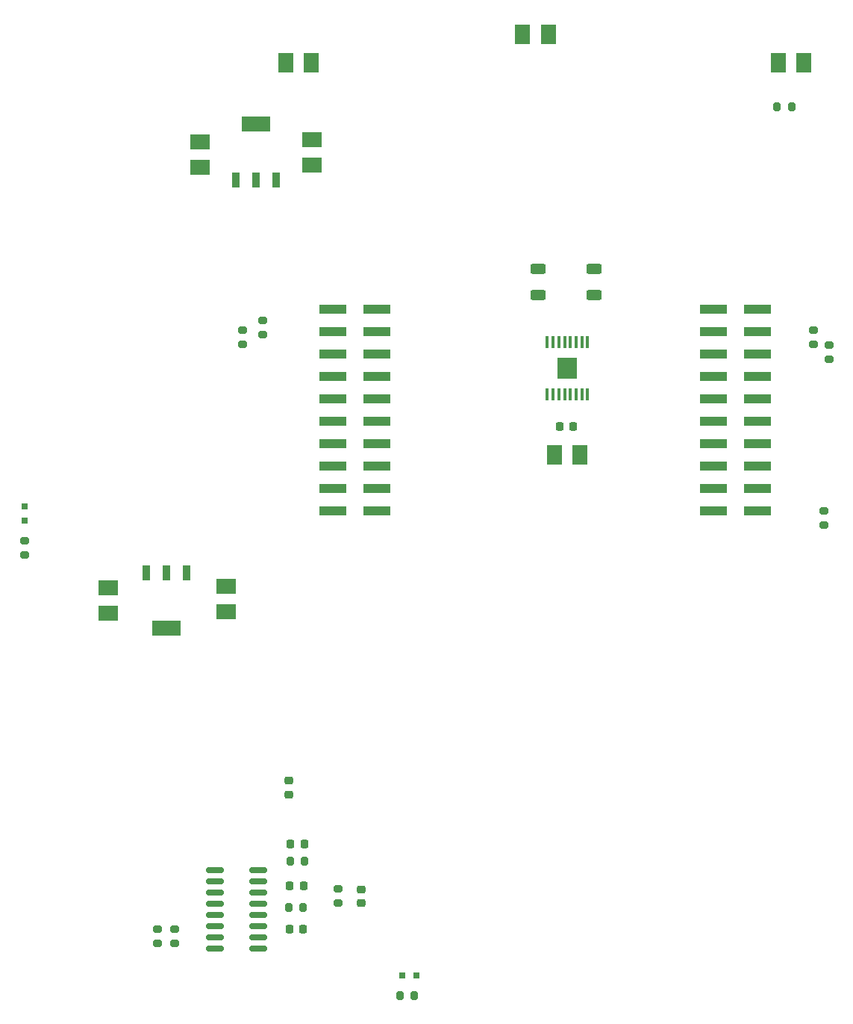
<source format=gtp>
G04 #@! TF.GenerationSoftware,KiCad,Pcbnew,8.0.7*
G04 #@! TF.CreationDate,2025-11-10T23:17:30-05:00*
G04 #@! TF.ProjectId,MotorBoardv3_2,4d6f746f-7242-46f6-9172-6476335f322e,V2.0.2b*
G04 #@! TF.SameCoordinates,Original*
G04 #@! TF.FileFunction,Paste,Top*
G04 #@! TF.FilePolarity,Positive*
%FSLAX46Y46*%
G04 Gerber Fmt 4.6, Leading zero omitted, Abs format (unit mm)*
G04 Created by KiCad (PCBNEW 8.0.7) date 2025-11-10 23:17:30*
%MOMM*%
%LPD*%
G01*
G04 APERTURE LIST*
G04 Aperture macros list*
%AMRoundRect*
0 Rectangle with rounded corners*
0 $1 Rounding radius*
0 $2 $3 $4 $5 $6 $7 $8 $9 X,Y pos of 4 corners*
0 Add a 4 corners polygon primitive as box body*
4,1,4,$2,$3,$4,$5,$6,$7,$8,$9,$2,$3,0*
0 Add four circle primitives for the rounded corners*
1,1,$1+$1,$2,$3*
1,1,$1+$1,$4,$5*
1,1,$1+$1,$6,$7*
1,1,$1+$1,$8,$9*
0 Add four rect primitives between the rounded corners*
20,1,$1+$1,$2,$3,$4,$5,0*
20,1,$1+$1,$4,$5,$6,$7,0*
20,1,$1+$1,$6,$7,$8,$9,0*
20,1,$1+$1,$8,$9,$2,$3,0*%
G04 Aperture macros list end*
%ADD10R,0.800000X0.800000*%
%ADD11RoundRect,0.200000X-0.200000X-0.275000X0.200000X-0.275000X0.200000X0.275000X-0.200000X0.275000X0*%
%ADD12RoundRect,0.225000X-0.225000X-0.250000X0.225000X-0.250000X0.225000X0.250000X-0.225000X0.250000X0*%
%ADD13RoundRect,0.200000X0.200000X0.275000X-0.200000X0.275000X-0.200000X-0.275000X0.200000X-0.275000X0*%
%ADD14RoundRect,0.200000X0.275000X-0.200000X0.275000X0.200000X-0.275000X0.200000X-0.275000X-0.200000X0*%
%ADD15R,2.300000X1.800000*%
%ADD16RoundRect,0.225000X-0.250000X0.225000X-0.250000X-0.225000X0.250000X-0.225000X0.250000X0.225000X0*%
%ADD17RoundRect,0.225000X0.225000X0.250000X-0.225000X0.250000X-0.225000X-0.250000X0.225000X-0.250000X0*%
%ADD18R,1.800000X2.300000*%
%ADD19RoundRect,0.200000X-0.275000X0.200000X-0.275000X-0.200000X0.275000X-0.200000X0.275000X0.200000X0*%
%ADD20R,3.150000X1.000000*%
%ADD21R,0.450000X1.475000*%
%ADD22R,2.310000X2.460000*%
%ADD23RoundRect,0.150000X-0.825000X-0.150000X0.825000X-0.150000X0.825000X0.150000X-0.825000X0.150000X0*%
%ADD24RoundRect,0.250000X0.625000X-0.312500X0.625000X0.312500X-0.625000X0.312500X-0.625000X-0.312500X0*%
%ADD25R,0.950000X1.750000*%
%ADD26R,3.200000X1.750000*%
G04 APERTURE END LIST*
D10*
X50165000Y-120142000D03*
X50165000Y-121792000D03*
D11*
X80315000Y-160360000D03*
X81965000Y-160360000D03*
D12*
X80230000Y-168090000D03*
X81780000Y-168090000D03*
D13*
X137212000Y-74830000D03*
X135562000Y-74830000D03*
D14*
X67210000Y-169685000D03*
X67210000Y-168035000D03*
D15*
X73025000Y-129180000D03*
X73025000Y-132080000D03*
D16*
X88334500Y-163570000D03*
X88334500Y-165120000D03*
D17*
X81905000Y-158440000D03*
X80355000Y-158440000D03*
D18*
X135710000Y-69850000D03*
X138610000Y-69850000D03*
X79830000Y-69850000D03*
X82730000Y-69850000D03*
D19*
X139700000Y-100140000D03*
X139700000Y-101790000D03*
D12*
X80265000Y-163120000D03*
X81815000Y-163120000D03*
D15*
X70104000Y-81714000D03*
X70104000Y-78814000D03*
D12*
X110845000Y-111125000D03*
X112395000Y-111125000D03*
D20*
X90170000Y-120650000D03*
X85120000Y-120650000D03*
X90170000Y-118110000D03*
X85120000Y-118110000D03*
X90170000Y-115570000D03*
X85120000Y-115570000D03*
X90170000Y-113030000D03*
X85120000Y-113030000D03*
X90170000Y-110490000D03*
X85120000Y-110490000D03*
X90170000Y-107950000D03*
X85120000Y-107950000D03*
X90170000Y-105410000D03*
X85120000Y-105410000D03*
X90170000Y-102870000D03*
X85120000Y-102870000D03*
X90170000Y-100330000D03*
X85120000Y-100330000D03*
X90170000Y-97790000D03*
X85120000Y-97790000D03*
D21*
X114035000Y-101557000D03*
X113385000Y-101557000D03*
X112735000Y-101557000D03*
X112085000Y-101557000D03*
X111435000Y-101557000D03*
X110785000Y-101557000D03*
X110135000Y-101557000D03*
X109485000Y-101557000D03*
X109485000Y-107433000D03*
X110135000Y-107433000D03*
X110785000Y-107433000D03*
X111435000Y-107433000D03*
X112085000Y-107433000D03*
X112735000Y-107433000D03*
X113385000Y-107433000D03*
X114035000Y-107433000D03*
D22*
X111760000Y-104495000D03*
D15*
X59690000Y-129360000D03*
X59690000Y-132260000D03*
D19*
X77227000Y-99035000D03*
X77227000Y-100685000D03*
D23*
X71735000Y-161415000D03*
X71735000Y-162685000D03*
X71735000Y-163955000D03*
X71735000Y-165225000D03*
X71735000Y-166495000D03*
X71735000Y-167765000D03*
X71735000Y-169035000D03*
X71735000Y-170305000D03*
X76685000Y-170305000D03*
X76685000Y-169035000D03*
X76685000Y-167765000D03*
X76685000Y-166495000D03*
X76685000Y-165225000D03*
X76685000Y-163955000D03*
X76685000Y-162685000D03*
X76685000Y-161415000D03*
D20*
X133350000Y-120650000D03*
X128300000Y-120650000D03*
X133350000Y-118110000D03*
X128300000Y-118110000D03*
X133350000Y-115570000D03*
X128300000Y-115570000D03*
X133350000Y-113030000D03*
X128300000Y-113030000D03*
X133350000Y-110490000D03*
X128300000Y-110490000D03*
X133350000Y-107950000D03*
X128300000Y-107950000D03*
X133350000Y-105410000D03*
X128300000Y-105410000D03*
X133350000Y-102870000D03*
X128300000Y-102870000D03*
X133350000Y-100330000D03*
X128300000Y-100330000D03*
X133350000Y-97790000D03*
X128300000Y-97790000D03*
D11*
X80110000Y-165650000D03*
X81760000Y-165650000D03*
D10*
X94662000Y-173294000D03*
X93012000Y-173294000D03*
D19*
X50165000Y-124016000D03*
X50165000Y-125666000D03*
D18*
X110310000Y-114300000D03*
X113210000Y-114300000D03*
D19*
X141427000Y-101835000D03*
X141427000Y-103485000D03*
D16*
X80190000Y-151245000D03*
X80190000Y-152795000D03*
D14*
X140843000Y-122300000D03*
X140843000Y-120650000D03*
D19*
X85749500Y-163460000D03*
X85749500Y-165110000D03*
D24*
X114808000Y-96143000D03*
X114808000Y-93218000D03*
D25*
X74140000Y-83135000D03*
X76440000Y-83135000D03*
X78740000Y-83135000D03*
D26*
X76440000Y-76835000D03*
D19*
X74930000Y-100140000D03*
X74930000Y-101790000D03*
D24*
X108458000Y-96143000D03*
X108458000Y-93218000D03*
D18*
X106680000Y-66675000D03*
X109580000Y-66675000D03*
D15*
X82804000Y-81460000D03*
X82804000Y-78560000D03*
D19*
X65210000Y-168035000D03*
X65210000Y-169685000D03*
D25*
X68580000Y-127660000D03*
X66280000Y-127660000D03*
X63980000Y-127660000D03*
D26*
X66280000Y-133960000D03*
D13*
X94408000Y-175580000D03*
X92758000Y-175580000D03*
M02*

</source>
